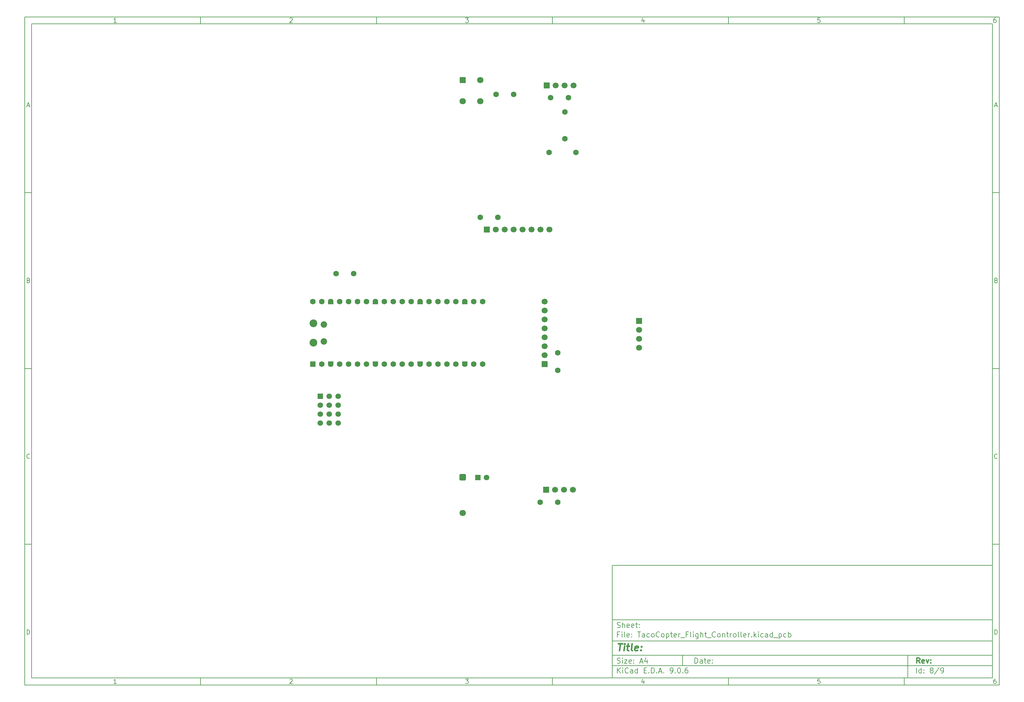
<source format=gbs>
%TF.GenerationSoftware,KiCad,Pcbnew,9.0.6*%
%TF.CreationDate,2025-12-23T20:00:03-05:00*%
%TF.ProjectId,TacoCopter_Flight_Controller,5461636f-436f-4707-9465-725f466c6967,rev?*%
%TF.SameCoordinates,Original*%
%TF.FileFunction,Soldermask,Bot*%
%TF.FilePolarity,Negative*%
%FSLAX46Y46*%
G04 Gerber Fmt 4.6, Leading zero omitted, Abs format (unit mm)*
G04 Created by KiCad (PCBNEW 9.0.6) date 2025-12-23 20:00:03*
%MOMM*%
%LPD*%
G01*
G04 APERTURE LIST*
G04 Aperture macros list*
%AMRoundRect*
0 Rectangle with rounded corners*
0 $1 Rounding radius*
0 $2 $3 $4 $5 $6 $7 $8 $9 X,Y pos of 4 corners*
0 Add a 4 corners polygon primitive as box body*
4,1,4,$2,$3,$4,$5,$6,$7,$8,$9,$2,$3,0*
0 Add four circle primitives for the rounded corners*
1,1,$1+$1,$2,$3*
1,1,$1+$1,$4,$5*
1,1,$1+$1,$6,$7*
1,1,$1+$1,$8,$9*
0 Add four rect primitives between the rounded corners*
20,1,$1+$1,$2,$3,$4,$5,0*
20,1,$1+$1,$4,$5,$6,$7,0*
20,1,$1+$1,$6,$7,$8,$9,0*
20,1,$1+$1,$8,$9,$2,$3,0*%
%AMFreePoly0*
4,1,37,0.000000,0.796148,0.078414,0.796148,0.232228,0.765552,0.377117,0.705537,0.507515,0.618408,0.618408,0.507515,0.705537,0.377117,0.765552,0.232228,0.796148,0.078414,0.796148,-0.078414,0.765552,-0.232228,0.705537,-0.377117,0.618408,-0.507515,0.507515,-0.618408,0.377117,-0.705537,0.232228,-0.765552,0.078414,-0.796148,0.000000,-0.796148,0.000000,-0.800000,-0.600000,-0.800000,
-0.603843,-0.796157,-0.639018,-0.796157,-0.711114,-0.766294,-0.766294,-0.711114,-0.796157,-0.639018,-0.796157,-0.603843,-0.800000,-0.600000,-0.800000,0.600000,-0.796157,0.603843,-0.796157,0.639018,-0.766294,0.711114,-0.711114,0.766294,-0.639018,0.796157,-0.603843,0.796157,-0.600000,0.800000,0.000000,0.800000,0.000000,0.796148,0.000000,0.796148,$1*%
%AMFreePoly1*
4,1,37,0.603843,0.796157,0.639018,0.796157,0.711114,0.766294,0.766294,0.711114,0.796157,0.639018,0.796157,0.603843,0.800000,0.600000,0.800000,-0.600000,0.796157,-0.603843,0.796157,-0.639018,0.766294,-0.711114,0.711114,-0.766294,0.639018,-0.796157,0.603843,-0.796157,0.600000,-0.800000,0.000000,-0.800000,0.000000,-0.796148,-0.078414,-0.796148,-0.232228,-0.765552,-0.377117,-0.705537,
-0.507515,-0.618408,-0.618408,-0.507515,-0.705537,-0.377117,-0.765552,-0.232228,-0.796148,-0.078414,-0.796148,0.078414,-0.765552,0.232228,-0.705537,0.377117,-0.618408,0.507515,-0.507515,0.618408,-0.377117,0.705537,-0.232228,0.765552,-0.078414,0.796148,0.000000,0.796148,0.000000,0.800000,0.600000,0.800000,0.603843,0.796157,0.603843,0.796157,$1*%
G04 Aperture macros list end*
%ADD10C,0.100000*%
%ADD11C,0.150000*%
%ADD12C,0.300000*%
%ADD13C,0.400000*%
%ADD14R,1.700000X1.700000*%
%ADD15C,1.700000*%
%ADD16C,1.600000*%
%ADD17FreePoly0,90.000000*%
%ADD18FreePoly1,90.000000*%
%ADD19RoundRect,0.200000X0.600000X-0.600000X0.600000X0.600000X-0.600000X0.600000X-0.600000X-0.600000X0*%
%ADD20C,2.200000*%
%ADD21C,1.850000*%
%ADD22RoundRect,0.250000X-0.550000X-0.550000X0.550000X-0.550000X0.550000X0.550000X-0.550000X0.550000X0*%
%ADD23RoundRect,0.102000X-0.685000X0.685000X-0.685000X-0.685000X0.685000X-0.685000X0.685000X0.685000X0*%
%ADD24C,1.574000*%
%ADD25RoundRect,0.250000X-0.650000X0.650000X-0.650000X-0.650000X0.650000X-0.650000X0.650000X0.650000X0*%
%ADD26C,1.800000*%
%ADD27R,1.800000X1.800000*%
G04 APERTURE END LIST*
D10*
D11*
X177002200Y-166007200D02*
X285002200Y-166007200D01*
X285002200Y-198007200D01*
X177002200Y-198007200D01*
X177002200Y-166007200D01*
D10*
D11*
X10000000Y-10000000D02*
X287002200Y-10000000D01*
X287002200Y-200007200D01*
X10000000Y-200007200D01*
X10000000Y-10000000D01*
D10*
D11*
X12000000Y-12000000D02*
X285002200Y-12000000D01*
X285002200Y-198007200D01*
X12000000Y-198007200D01*
X12000000Y-12000000D01*
D10*
D11*
X60000000Y-12000000D02*
X60000000Y-10000000D01*
D10*
D11*
X110000000Y-12000000D02*
X110000000Y-10000000D01*
D10*
D11*
X160000000Y-12000000D02*
X160000000Y-10000000D01*
D10*
D11*
X210000000Y-12000000D02*
X210000000Y-10000000D01*
D10*
D11*
X260000000Y-12000000D02*
X260000000Y-10000000D01*
D10*
D11*
X36089160Y-11593604D02*
X35346303Y-11593604D01*
X35717731Y-11593604D02*
X35717731Y-10293604D01*
X35717731Y-10293604D02*
X35593922Y-10479319D01*
X35593922Y-10479319D02*
X35470112Y-10603128D01*
X35470112Y-10603128D02*
X35346303Y-10665033D01*
D10*
D11*
X85346303Y-10417414D02*
X85408207Y-10355509D01*
X85408207Y-10355509D02*
X85532017Y-10293604D01*
X85532017Y-10293604D02*
X85841541Y-10293604D01*
X85841541Y-10293604D02*
X85965350Y-10355509D01*
X85965350Y-10355509D02*
X86027255Y-10417414D01*
X86027255Y-10417414D02*
X86089160Y-10541223D01*
X86089160Y-10541223D02*
X86089160Y-10665033D01*
X86089160Y-10665033D02*
X86027255Y-10850747D01*
X86027255Y-10850747D02*
X85284398Y-11593604D01*
X85284398Y-11593604D02*
X86089160Y-11593604D01*
D10*
D11*
X135284398Y-10293604D02*
X136089160Y-10293604D01*
X136089160Y-10293604D02*
X135655826Y-10788842D01*
X135655826Y-10788842D02*
X135841541Y-10788842D01*
X135841541Y-10788842D02*
X135965350Y-10850747D01*
X135965350Y-10850747D02*
X136027255Y-10912652D01*
X136027255Y-10912652D02*
X136089160Y-11036461D01*
X136089160Y-11036461D02*
X136089160Y-11345985D01*
X136089160Y-11345985D02*
X136027255Y-11469795D01*
X136027255Y-11469795D02*
X135965350Y-11531700D01*
X135965350Y-11531700D02*
X135841541Y-11593604D01*
X135841541Y-11593604D02*
X135470112Y-11593604D01*
X135470112Y-11593604D02*
X135346303Y-11531700D01*
X135346303Y-11531700D02*
X135284398Y-11469795D01*
D10*
D11*
X185965350Y-10726938D02*
X185965350Y-11593604D01*
X185655826Y-10231700D02*
X185346303Y-11160271D01*
X185346303Y-11160271D02*
X186151064Y-11160271D01*
D10*
D11*
X236027255Y-10293604D02*
X235408207Y-10293604D01*
X235408207Y-10293604D02*
X235346303Y-10912652D01*
X235346303Y-10912652D02*
X235408207Y-10850747D01*
X235408207Y-10850747D02*
X235532017Y-10788842D01*
X235532017Y-10788842D02*
X235841541Y-10788842D01*
X235841541Y-10788842D02*
X235965350Y-10850747D01*
X235965350Y-10850747D02*
X236027255Y-10912652D01*
X236027255Y-10912652D02*
X236089160Y-11036461D01*
X236089160Y-11036461D02*
X236089160Y-11345985D01*
X236089160Y-11345985D02*
X236027255Y-11469795D01*
X236027255Y-11469795D02*
X235965350Y-11531700D01*
X235965350Y-11531700D02*
X235841541Y-11593604D01*
X235841541Y-11593604D02*
X235532017Y-11593604D01*
X235532017Y-11593604D02*
X235408207Y-11531700D01*
X235408207Y-11531700D02*
X235346303Y-11469795D01*
D10*
D11*
X285965350Y-10293604D02*
X285717731Y-10293604D01*
X285717731Y-10293604D02*
X285593922Y-10355509D01*
X285593922Y-10355509D02*
X285532017Y-10417414D01*
X285532017Y-10417414D02*
X285408207Y-10603128D01*
X285408207Y-10603128D02*
X285346303Y-10850747D01*
X285346303Y-10850747D02*
X285346303Y-11345985D01*
X285346303Y-11345985D02*
X285408207Y-11469795D01*
X285408207Y-11469795D02*
X285470112Y-11531700D01*
X285470112Y-11531700D02*
X285593922Y-11593604D01*
X285593922Y-11593604D02*
X285841541Y-11593604D01*
X285841541Y-11593604D02*
X285965350Y-11531700D01*
X285965350Y-11531700D02*
X286027255Y-11469795D01*
X286027255Y-11469795D02*
X286089160Y-11345985D01*
X286089160Y-11345985D02*
X286089160Y-11036461D01*
X286089160Y-11036461D02*
X286027255Y-10912652D01*
X286027255Y-10912652D02*
X285965350Y-10850747D01*
X285965350Y-10850747D02*
X285841541Y-10788842D01*
X285841541Y-10788842D02*
X285593922Y-10788842D01*
X285593922Y-10788842D02*
X285470112Y-10850747D01*
X285470112Y-10850747D02*
X285408207Y-10912652D01*
X285408207Y-10912652D02*
X285346303Y-11036461D01*
D10*
D11*
X60000000Y-198007200D02*
X60000000Y-200007200D01*
D10*
D11*
X110000000Y-198007200D02*
X110000000Y-200007200D01*
D10*
D11*
X160000000Y-198007200D02*
X160000000Y-200007200D01*
D10*
D11*
X210000000Y-198007200D02*
X210000000Y-200007200D01*
D10*
D11*
X260000000Y-198007200D02*
X260000000Y-200007200D01*
D10*
D11*
X36089160Y-199600804D02*
X35346303Y-199600804D01*
X35717731Y-199600804D02*
X35717731Y-198300804D01*
X35717731Y-198300804D02*
X35593922Y-198486519D01*
X35593922Y-198486519D02*
X35470112Y-198610328D01*
X35470112Y-198610328D02*
X35346303Y-198672233D01*
D10*
D11*
X85346303Y-198424614D02*
X85408207Y-198362709D01*
X85408207Y-198362709D02*
X85532017Y-198300804D01*
X85532017Y-198300804D02*
X85841541Y-198300804D01*
X85841541Y-198300804D02*
X85965350Y-198362709D01*
X85965350Y-198362709D02*
X86027255Y-198424614D01*
X86027255Y-198424614D02*
X86089160Y-198548423D01*
X86089160Y-198548423D02*
X86089160Y-198672233D01*
X86089160Y-198672233D02*
X86027255Y-198857947D01*
X86027255Y-198857947D02*
X85284398Y-199600804D01*
X85284398Y-199600804D02*
X86089160Y-199600804D01*
D10*
D11*
X135284398Y-198300804D02*
X136089160Y-198300804D01*
X136089160Y-198300804D02*
X135655826Y-198796042D01*
X135655826Y-198796042D02*
X135841541Y-198796042D01*
X135841541Y-198796042D02*
X135965350Y-198857947D01*
X135965350Y-198857947D02*
X136027255Y-198919852D01*
X136027255Y-198919852D02*
X136089160Y-199043661D01*
X136089160Y-199043661D02*
X136089160Y-199353185D01*
X136089160Y-199353185D02*
X136027255Y-199476995D01*
X136027255Y-199476995D02*
X135965350Y-199538900D01*
X135965350Y-199538900D02*
X135841541Y-199600804D01*
X135841541Y-199600804D02*
X135470112Y-199600804D01*
X135470112Y-199600804D02*
X135346303Y-199538900D01*
X135346303Y-199538900D02*
X135284398Y-199476995D01*
D10*
D11*
X185965350Y-198734138D02*
X185965350Y-199600804D01*
X185655826Y-198238900D02*
X185346303Y-199167471D01*
X185346303Y-199167471D02*
X186151064Y-199167471D01*
D10*
D11*
X236027255Y-198300804D02*
X235408207Y-198300804D01*
X235408207Y-198300804D02*
X235346303Y-198919852D01*
X235346303Y-198919852D02*
X235408207Y-198857947D01*
X235408207Y-198857947D02*
X235532017Y-198796042D01*
X235532017Y-198796042D02*
X235841541Y-198796042D01*
X235841541Y-198796042D02*
X235965350Y-198857947D01*
X235965350Y-198857947D02*
X236027255Y-198919852D01*
X236027255Y-198919852D02*
X236089160Y-199043661D01*
X236089160Y-199043661D02*
X236089160Y-199353185D01*
X236089160Y-199353185D02*
X236027255Y-199476995D01*
X236027255Y-199476995D02*
X235965350Y-199538900D01*
X235965350Y-199538900D02*
X235841541Y-199600804D01*
X235841541Y-199600804D02*
X235532017Y-199600804D01*
X235532017Y-199600804D02*
X235408207Y-199538900D01*
X235408207Y-199538900D02*
X235346303Y-199476995D01*
D10*
D11*
X285965350Y-198300804D02*
X285717731Y-198300804D01*
X285717731Y-198300804D02*
X285593922Y-198362709D01*
X285593922Y-198362709D02*
X285532017Y-198424614D01*
X285532017Y-198424614D02*
X285408207Y-198610328D01*
X285408207Y-198610328D02*
X285346303Y-198857947D01*
X285346303Y-198857947D02*
X285346303Y-199353185D01*
X285346303Y-199353185D02*
X285408207Y-199476995D01*
X285408207Y-199476995D02*
X285470112Y-199538900D01*
X285470112Y-199538900D02*
X285593922Y-199600804D01*
X285593922Y-199600804D02*
X285841541Y-199600804D01*
X285841541Y-199600804D02*
X285965350Y-199538900D01*
X285965350Y-199538900D02*
X286027255Y-199476995D01*
X286027255Y-199476995D02*
X286089160Y-199353185D01*
X286089160Y-199353185D02*
X286089160Y-199043661D01*
X286089160Y-199043661D02*
X286027255Y-198919852D01*
X286027255Y-198919852D02*
X285965350Y-198857947D01*
X285965350Y-198857947D02*
X285841541Y-198796042D01*
X285841541Y-198796042D02*
X285593922Y-198796042D01*
X285593922Y-198796042D02*
X285470112Y-198857947D01*
X285470112Y-198857947D02*
X285408207Y-198919852D01*
X285408207Y-198919852D02*
X285346303Y-199043661D01*
D10*
D11*
X10000000Y-60000000D02*
X12000000Y-60000000D01*
D10*
D11*
X10000000Y-110000000D02*
X12000000Y-110000000D01*
D10*
D11*
X10000000Y-160000000D02*
X12000000Y-160000000D01*
D10*
D11*
X10690476Y-35222176D02*
X11309523Y-35222176D01*
X10566666Y-35593604D02*
X10999999Y-34293604D01*
X10999999Y-34293604D02*
X11433333Y-35593604D01*
D10*
D11*
X11092857Y-84912652D02*
X11278571Y-84974557D01*
X11278571Y-84974557D02*
X11340476Y-85036461D01*
X11340476Y-85036461D02*
X11402380Y-85160271D01*
X11402380Y-85160271D02*
X11402380Y-85345985D01*
X11402380Y-85345985D02*
X11340476Y-85469795D01*
X11340476Y-85469795D02*
X11278571Y-85531700D01*
X11278571Y-85531700D02*
X11154761Y-85593604D01*
X11154761Y-85593604D02*
X10659523Y-85593604D01*
X10659523Y-85593604D02*
X10659523Y-84293604D01*
X10659523Y-84293604D02*
X11092857Y-84293604D01*
X11092857Y-84293604D02*
X11216666Y-84355509D01*
X11216666Y-84355509D02*
X11278571Y-84417414D01*
X11278571Y-84417414D02*
X11340476Y-84541223D01*
X11340476Y-84541223D02*
X11340476Y-84665033D01*
X11340476Y-84665033D02*
X11278571Y-84788842D01*
X11278571Y-84788842D02*
X11216666Y-84850747D01*
X11216666Y-84850747D02*
X11092857Y-84912652D01*
X11092857Y-84912652D02*
X10659523Y-84912652D01*
D10*
D11*
X11402380Y-135469795D02*
X11340476Y-135531700D01*
X11340476Y-135531700D02*
X11154761Y-135593604D01*
X11154761Y-135593604D02*
X11030952Y-135593604D01*
X11030952Y-135593604D02*
X10845238Y-135531700D01*
X10845238Y-135531700D02*
X10721428Y-135407890D01*
X10721428Y-135407890D02*
X10659523Y-135284080D01*
X10659523Y-135284080D02*
X10597619Y-135036461D01*
X10597619Y-135036461D02*
X10597619Y-134850747D01*
X10597619Y-134850747D02*
X10659523Y-134603128D01*
X10659523Y-134603128D02*
X10721428Y-134479319D01*
X10721428Y-134479319D02*
X10845238Y-134355509D01*
X10845238Y-134355509D02*
X11030952Y-134293604D01*
X11030952Y-134293604D02*
X11154761Y-134293604D01*
X11154761Y-134293604D02*
X11340476Y-134355509D01*
X11340476Y-134355509D02*
X11402380Y-134417414D01*
D10*
D11*
X10659523Y-185593604D02*
X10659523Y-184293604D01*
X10659523Y-184293604D02*
X10969047Y-184293604D01*
X10969047Y-184293604D02*
X11154761Y-184355509D01*
X11154761Y-184355509D02*
X11278571Y-184479319D01*
X11278571Y-184479319D02*
X11340476Y-184603128D01*
X11340476Y-184603128D02*
X11402380Y-184850747D01*
X11402380Y-184850747D02*
X11402380Y-185036461D01*
X11402380Y-185036461D02*
X11340476Y-185284080D01*
X11340476Y-185284080D02*
X11278571Y-185407890D01*
X11278571Y-185407890D02*
X11154761Y-185531700D01*
X11154761Y-185531700D02*
X10969047Y-185593604D01*
X10969047Y-185593604D02*
X10659523Y-185593604D01*
D10*
D11*
X287002200Y-60000000D02*
X285002200Y-60000000D01*
D10*
D11*
X287002200Y-110000000D02*
X285002200Y-110000000D01*
D10*
D11*
X287002200Y-160000000D02*
X285002200Y-160000000D01*
D10*
D11*
X285692676Y-35222176D02*
X286311723Y-35222176D01*
X285568866Y-35593604D02*
X286002199Y-34293604D01*
X286002199Y-34293604D02*
X286435533Y-35593604D01*
D10*
D11*
X286095057Y-84912652D02*
X286280771Y-84974557D01*
X286280771Y-84974557D02*
X286342676Y-85036461D01*
X286342676Y-85036461D02*
X286404580Y-85160271D01*
X286404580Y-85160271D02*
X286404580Y-85345985D01*
X286404580Y-85345985D02*
X286342676Y-85469795D01*
X286342676Y-85469795D02*
X286280771Y-85531700D01*
X286280771Y-85531700D02*
X286156961Y-85593604D01*
X286156961Y-85593604D02*
X285661723Y-85593604D01*
X285661723Y-85593604D02*
X285661723Y-84293604D01*
X285661723Y-84293604D02*
X286095057Y-84293604D01*
X286095057Y-84293604D02*
X286218866Y-84355509D01*
X286218866Y-84355509D02*
X286280771Y-84417414D01*
X286280771Y-84417414D02*
X286342676Y-84541223D01*
X286342676Y-84541223D02*
X286342676Y-84665033D01*
X286342676Y-84665033D02*
X286280771Y-84788842D01*
X286280771Y-84788842D02*
X286218866Y-84850747D01*
X286218866Y-84850747D02*
X286095057Y-84912652D01*
X286095057Y-84912652D02*
X285661723Y-84912652D01*
D10*
D11*
X286404580Y-135469795D02*
X286342676Y-135531700D01*
X286342676Y-135531700D02*
X286156961Y-135593604D01*
X286156961Y-135593604D02*
X286033152Y-135593604D01*
X286033152Y-135593604D02*
X285847438Y-135531700D01*
X285847438Y-135531700D02*
X285723628Y-135407890D01*
X285723628Y-135407890D02*
X285661723Y-135284080D01*
X285661723Y-135284080D02*
X285599819Y-135036461D01*
X285599819Y-135036461D02*
X285599819Y-134850747D01*
X285599819Y-134850747D02*
X285661723Y-134603128D01*
X285661723Y-134603128D02*
X285723628Y-134479319D01*
X285723628Y-134479319D02*
X285847438Y-134355509D01*
X285847438Y-134355509D02*
X286033152Y-134293604D01*
X286033152Y-134293604D02*
X286156961Y-134293604D01*
X286156961Y-134293604D02*
X286342676Y-134355509D01*
X286342676Y-134355509D02*
X286404580Y-134417414D01*
D10*
D11*
X285661723Y-185593604D02*
X285661723Y-184293604D01*
X285661723Y-184293604D02*
X285971247Y-184293604D01*
X285971247Y-184293604D02*
X286156961Y-184355509D01*
X286156961Y-184355509D02*
X286280771Y-184479319D01*
X286280771Y-184479319D02*
X286342676Y-184603128D01*
X286342676Y-184603128D02*
X286404580Y-184850747D01*
X286404580Y-184850747D02*
X286404580Y-185036461D01*
X286404580Y-185036461D02*
X286342676Y-185284080D01*
X286342676Y-185284080D02*
X286280771Y-185407890D01*
X286280771Y-185407890D02*
X286156961Y-185531700D01*
X286156961Y-185531700D02*
X285971247Y-185593604D01*
X285971247Y-185593604D02*
X285661723Y-185593604D01*
D10*
D11*
X200458026Y-193793328D02*
X200458026Y-192293328D01*
X200458026Y-192293328D02*
X200815169Y-192293328D01*
X200815169Y-192293328D02*
X201029455Y-192364757D01*
X201029455Y-192364757D02*
X201172312Y-192507614D01*
X201172312Y-192507614D02*
X201243741Y-192650471D01*
X201243741Y-192650471D02*
X201315169Y-192936185D01*
X201315169Y-192936185D02*
X201315169Y-193150471D01*
X201315169Y-193150471D02*
X201243741Y-193436185D01*
X201243741Y-193436185D02*
X201172312Y-193579042D01*
X201172312Y-193579042D02*
X201029455Y-193721900D01*
X201029455Y-193721900D02*
X200815169Y-193793328D01*
X200815169Y-193793328D02*
X200458026Y-193793328D01*
X202600884Y-193793328D02*
X202600884Y-193007614D01*
X202600884Y-193007614D02*
X202529455Y-192864757D01*
X202529455Y-192864757D02*
X202386598Y-192793328D01*
X202386598Y-192793328D02*
X202100884Y-192793328D01*
X202100884Y-192793328D02*
X201958026Y-192864757D01*
X202600884Y-193721900D02*
X202458026Y-193793328D01*
X202458026Y-193793328D02*
X202100884Y-193793328D01*
X202100884Y-193793328D02*
X201958026Y-193721900D01*
X201958026Y-193721900D02*
X201886598Y-193579042D01*
X201886598Y-193579042D02*
X201886598Y-193436185D01*
X201886598Y-193436185D02*
X201958026Y-193293328D01*
X201958026Y-193293328D02*
X202100884Y-193221900D01*
X202100884Y-193221900D02*
X202458026Y-193221900D01*
X202458026Y-193221900D02*
X202600884Y-193150471D01*
X203100884Y-192793328D02*
X203672312Y-192793328D01*
X203315169Y-192293328D02*
X203315169Y-193579042D01*
X203315169Y-193579042D02*
X203386598Y-193721900D01*
X203386598Y-193721900D02*
X203529455Y-193793328D01*
X203529455Y-193793328D02*
X203672312Y-193793328D01*
X204743741Y-193721900D02*
X204600884Y-193793328D01*
X204600884Y-193793328D02*
X204315170Y-193793328D01*
X204315170Y-193793328D02*
X204172312Y-193721900D01*
X204172312Y-193721900D02*
X204100884Y-193579042D01*
X204100884Y-193579042D02*
X204100884Y-193007614D01*
X204100884Y-193007614D02*
X204172312Y-192864757D01*
X204172312Y-192864757D02*
X204315170Y-192793328D01*
X204315170Y-192793328D02*
X204600884Y-192793328D01*
X204600884Y-192793328D02*
X204743741Y-192864757D01*
X204743741Y-192864757D02*
X204815170Y-193007614D01*
X204815170Y-193007614D02*
X204815170Y-193150471D01*
X204815170Y-193150471D02*
X204100884Y-193293328D01*
X205458026Y-193650471D02*
X205529455Y-193721900D01*
X205529455Y-193721900D02*
X205458026Y-193793328D01*
X205458026Y-193793328D02*
X205386598Y-193721900D01*
X205386598Y-193721900D02*
X205458026Y-193650471D01*
X205458026Y-193650471D02*
X205458026Y-193793328D01*
X205458026Y-192864757D02*
X205529455Y-192936185D01*
X205529455Y-192936185D02*
X205458026Y-193007614D01*
X205458026Y-193007614D02*
X205386598Y-192936185D01*
X205386598Y-192936185D02*
X205458026Y-192864757D01*
X205458026Y-192864757D02*
X205458026Y-193007614D01*
D10*
D11*
X177002200Y-194507200D02*
X285002200Y-194507200D01*
D10*
D11*
X178458026Y-196593328D02*
X178458026Y-195093328D01*
X179315169Y-196593328D02*
X178672312Y-195736185D01*
X179315169Y-195093328D02*
X178458026Y-195950471D01*
X179958026Y-196593328D02*
X179958026Y-195593328D01*
X179958026Y-195093328D02*
X179886598Y-195164757D01*
X179886598Y-195164757D02*
X179958026Y-195236185D01*
X179958026Y-195236185D02*
X180029455Y-195164757D01*
X180029455Y-195164757D02*
X179958026Y-195093328D01*
X179958026Y-195093328D02*
X179958026Y-195236185D01*
X181529455Y-196450471D02*
X181458027Y-196521900D01*
X181458027Y-196521900D02*
X181243741Y-196593328D01*
X181243741Y-196593328D02*
X181100884Y-196593328D01*
X181100884Y-196593328D02*
X180886598Y-196521900D01*
X180886598Y-196521900D02*
X180743741Y-196379042D01*
X180743741Y-196379042D02*
X180672312Y-196236185D01*
X180672312Y-196236185D02*
X180600884Y-195950471D01*
X180600884Y-195950471D02*
X180600884Y-195736185D01*
X180600884Y-195736185D02*
X180672312Y-195450471D01*
X180672312Y-195450471D02*
X180743741Y-195307614D01*
X180743741Y-195307614D02*
X180886598Y-195164757D01*
X180886598Y-195164757D02*
X181100884Y-195093328D01*
X181100884Y-195093328D02*
X181243741Y-195093328D01*
X181243741Y-195093328D02*
X181458027Y-195164757D01*
X181458027Y-195164757D02*
X181529455Y-195236185D01*
X182815170Y-196593328D02*
X182815170Y-195807614D01*
X182815170Y-195807614D02*
X182743741Y-195664757D01*
X182743741Y-195664757D02*
X182600884Y-195593328D01*
X182600884Y-195593328D02*
X182315170Y-195593328D01*
X182315170Y-195593328D02*
X182172312Y-195664757D01*
X182815170Y-196521900D02*
X182672312Y-196593328D01*
X182672312Y-196593328D02*
X182315170Y-196593328D01*
X182315170Y-196593328D02*
X182172312Y-196521900D01*
X182172312Y-196521900D02*
X182100884Y-196379042D01*
X182100884Y-196379042D02*
X182100884Y-196236185D01*
X182100884Y-196236185D02*
X182172312Y-196093328D01*
X182172312Y-196093328D02*
X182315170Y-196021900D01*
X182315170Y-196021900D02*
X182672312Y-196021900D01*
X182672312Y-196021900D02*
X182815170Y-195950471D01*
X184172313Y-196593328D02*
X184172313Y-195093328D01*
X184172313Y-196521900D02*
X184029455Y-196593328D01*
X184029455Y-196593328D02*
X183743741Y-196593328D01*
X183743741Y-196593328D02*
X183600884Y-196521900D01*
X183600884Y-196521900D02*
X183529455Y-196450471D01*
X183529455Y-196450471D02*
X183458027Y-196307614D01*
X183458027Y-196307614D02*
X183458027Y-195879042D01*
X183458027Y-195879042D02*
X183529455Y-195736185D01*
X183529455Y-195736185D02*
X183600884Y-195664757D01*
X183600884Y-195664757D02*
X183743741Y-195593328D01*
X183743741Y-195593328D02*
X184029455Y-195593328D01*
X184029455Y-195593328D02*
X184172313Y-195664757D01*
X186029455Y-195807614D02*
X186529455Y-195807614D01*
X186743741Y-196593328D02*
X186029455Y-196593328D01*
X186029455Y-196593328D02*
X186029455Y-195093328D01*
X186029455Y-195093328D02*
X186743741Y-195093328D01*
X187386598Y-196450471D02*
X187458027Y-196521900D01*
X187458027Y-196521900D02*
X187386598Y-196593328D01*
X187386598Y-196593328D02*
X187315170Y-196521900D01*
X187315170Y-196521900D02*
X187386598Y-196450471D01*
X187386598Y-196450471D02*
X187386598Y-196593328D01*
X188100884Y-196593328D02*
X188100884Y-195093328D01*
X188100884Y-195093328D02*
X188458027Y-195093328D01*
X188458027Y-195093328D02*
X188672313Y-195164757D01*
X188672313Y-195164757D02*
X188815170Y-195307614D01*
X188815170Y-195307614D02*
X188886599Y-195450471D01*
X188886599Y-195450471D02*
X188958027Y-195736185D01*
X188958027Y-195736185D02*
X188958027Y-195950471D01*
X188958027Y-195950471D02*
X188886599Y-196236185D01*
X188886599Y-196236185D02*
X188815170Y-196379042D01*
X188815170Y-196379042D02*
X188672313Y-196521900D01*
X188672313Y-196521900D02*
X188458027Y-196593328D01*
X188458027Y-196593328D02*
X188100884Y-196593328D01*
X189600884Y-196450471D02*
X189672313Y-196521900D01*
X189672313Y-196521900D02*
X189600884Y-196593328D01*
X189600884Y-196593328D02*
X189529456Y-196521900D01*
X189529456Y-196521900D02*
X189600884Y-196450471D01*
X189600884Y-196450471D02*
X189600884Y-196593328D01*
X190243742Y-196164757D02*
X190958028Y-196164757D01*
X190100885Y-196593328D02*
X190600885Y-195093328D01*
X190600885Y-195093328D02*
X191100885Y-196593328D01*
X191600884Y-196450471D02*
X191672313Y-196521900D01*
X191672313Y-196521900D02*
X191600884Y-196593328D01*
X191600884Y-196593328D02*
X191529456Y-196521900D01*
X191529456Y-196521900D02*
X191600884Y-196450471D01*
X191600884Y-196450471D02*
X191600884Y-196593328D01*
X193529456Y-196593328D02*
X193815170Y-196593328D01*
X193815170Y-196593328D02*
X193958027Y-196521900D01*
X193958027Y-196521900D02*
X194029456Y-196450471D01*
X194029456Y-196450471D02*
X194172313Y-196236185D01*
X194172313Y-196236185D02*
X194243742Y-195950471D01*
X194243742Y-195950471D02*
X194243742Y-195379042D01*
X194243742Y-195379042D02*
X194172313Y-195236185D01*
X194172313Y-195236185D02*
X194100885Y-195164757D01*
X194100885Y-195164757D02*
X193958027Y-195093328D01*
X193958027Y-195093328D02*
X193672313Y-195093328D01*
X193672313Y-195093328D02*
X193529456Y-195164757D01*
X193529456Y-195164757D02*
X193458027Y-195236185D01*
X193458027Y-195236185D02*
X193386599Y-195379042D01*
X193386599Y-195379042D02*
X193386599Y-195736185D01*
X193386599Y-195736185D02*
X193458027Y-195879042D01*
X193458027Y-195879042D02*
X193529456Y-195950471D01*
X193529456Y-195950471D02*
X193672313Y-196021900D01*
X193672313Y-196021900D02*
X193958027Y-196021900D01*
X193958027Y-196021900D02*
X194100885Y-195950471D01*
X194100885Y-195950471D02*
X194172313Y-195879042D01*
X194172313Y-195879042D02*
X194243742Y-195736185D01*
X194886598Y-196450471D02*
X194958027Y-196521900D01*
X194958027Y-196521900D02*
X194886598Y-196593328D01*
X194886598Y-196593328D02*
X194815170Y-196521900D01*
X194815170Y-196521900D02*
X194886598Y-196450471D01*
X194886598Y-196450471D02*
X194886598Y-196593328D01*
X195886599Y-195093328D02*
X196029456Y-195093328D01*
X196029456Y-195093328D02*
X196172313Y-195164757D01*
X196172313Y-195164757D02*
X196243742Y-195236185D01*
X196243742Y-195236185D02*
X196315170Y-195379042D01*
X196315170Y-195379042D02*
X196386599Y-195664757D01*
X196386599Y-195664757D02*
X196386599Y-196021900D01*
X196386599Y-196021900D02*
X196315170Y-196307614D01*
X196315170Y-196307614D02*
X196243742Y-196450471D01*
X196243742Y-196450471D02*
X196172313Y-196521900D01*
X196172313Y-196521900D02*
X196029456Y-196593328D01*
X196029456Y-196593328D02*
X195886599Y-196593328D01*
X195886599Y-196593328D02*
X195743742Y-196521900D01*
X195743742Y-196521900D02*
X195672313Y-196450471D01*
X195672313Y-196450471D02*
X195600884Y-196307614D01*
X195600884Y-196307614D02*
X195529456Y-196021900D01*
X195529456Y-196021900D02*
X195529456Y-195664757D01*
X195529456Y-195664757D02*
X195600884Y-195379042D01*
X195600884Y-195379042D02*
X195672313Y-195236185D01*
X195672313Y-195236185D02*
X195743742Y-195164757D01*
X195743742Y-195164757D02*
X195886599Y-195093328D01*
X197029455Y-196450471D02*
X197100884Y-196521900D01*
X197100884Y-196521900D02*
X197029455Y-196593328D01*
X197029455Y-196593328D02*
X196958027Y-196521900D01*
X196958027Y-196521900D02*
X197029455Y-196450471D01*
X197029455Y-196450471D02*
X197029455Y-196593328D01*
X198386599Y-195093328D02*
X198100884Y-195093328D01*
X198100884Y-195093328D02*
X197958027Y-195164757D01*
X197958027Y-195164757D02*
X197886599Y-195236185D01*
X197886599Y-195236185D02*
X197743741Y-195450471D01*
X197743741Y-195450471D02*
X197672313Y-195736185D01*
X197672313Y-195736185D02*
X197672313Y-196307614D01*
X197672313Y-196307614D02*
X197743741Y-196450471D01*
X197743741Y-196450471D02*
X197815170Y-196521900D01*
X197815170Y-196521900D02*
X197958027Y-196593328D01*
X197958027Y-196593328D02*
X198243741Y-196593328D01*
X198243741Y-196593328D02*
X198386599Y-196521900D01*
X198386599Y-196521900D02*
X198458027Y-196450471D01*
X198458027Y-196450471D02*
X198529456Y-196307614D01*
X198529456Y-196307614D02*
X198529456Y-195950471D01*
X198529456Y-195950471D02*
X198458027Y-195807614D01*
X198458027Y-195807614D02*
X198386599Y-195736185D01*
X198386599Y-195736185D02*
X198243741Y-195664757D01*
X198243741Y-195664757D02*
X197958027Y-195664757D01*
X197958027Y-195664757D02*
X197815170Y-195736185D01*
X197815170Y-195736185D02*
X197743741Y-195807614D01*
X197743741Y-195807614D02*
X197672313Y-195950471D01*
D10*
D11*
X177002200Y-191507200D02*
X285002200Y-191507200D01*
D10*
D12*
X264413853Y-193785528D02*
X263913853Y-193071242D01*
X263556710Y-193785528D02*
X263556710Y-192285528D01*
X263556710Y-192285528D02*
X264128139Y-192285528D01*
X264128139Y-192285528D02*
X264270996Y-192356957D01*
X264270996Y-192356957D02*
X264342425Y-192428385D01*
X264342425Y-192428385D02*
X264413853Y-192571242D01*
X264413853Y-192571242D02*
X264413853Y-192785528D01*
X264413853Y-192785528D02*
X264342425Y-192928385D01*
X264342425Y-192928385D02*
X264270996Y-192999814D01*
X264270996Y-192999814D02*
X264128139Y-193071242D01*
X264128139Y-193071242D02*
X263556710Y-193071242D01*
X265628139Y-193714100D02*
X265485282Y-193785528D01*
X265485282Y-193785528D02*
X265199568Y-193785528D01*
X265199568Y-193785528D02*
X265056710Y-193714100D01*
X265056710Y-193714100D02*
X264985282Y-193571242D01*
X264985282Y-193571242D02*
X264985282Y-192999814D01*
X264985282Y-192999814D02*
X265056710Y-192856957D01*
X265056710Y-192856957D02*
X265199568Y-192785528D01*
X265199568Y-192785528D02*
X265485282Y-192785528D01*
X265485282Y-192785528D02*
X265628139Y-192856957D01*
X265628139Y-192856957D02*
X265699568Y-192999814D01*
X265699568Y-192999814D02*
X265699568Y-193142671D01*
X265699568Y-193142671D02*
X264985282Y-193285528D01*
X266199567Y-192785528D02*
X266556710Y-193785528D01*
X266556710Y-193785528D02*
X266913853Y-192785528D01*
X267485281Y-193642671D02*
X267556710Y-193714100D01*
X267556710Y-193714100D02*
X267485281Y-193785528D01*
X267485281Y-193785528D02*
X267413853Y-193714100D01*
X267413853Y-193714100D02*
X267485281Y-193642671D01*
X267485281Y-193642671D02*
X267485281Y-193785528D01*
X267485281Y-192856957D02*
X267556710Y-192928385D01*
X267556710Y-192928385D02*
X267485281Y-192999814D01*
X267485281Y-192999814D02*
X267413853Y-192928385D01*
X267413853Y-192928385D02*
X267485281Y-192856957D01*
X267485281Y-192856957D02*
X267485281Y-192999814D01*
D10*
D11*
X178386598Y-193721900D02*
X178600884Y-193793328D01*
X178600884Y-193793328D02*
X178958026Y-193793328D01*
X178958026Y-193793328D02*
X179100884Y-193721900D01*
X179100884Y-193721900D02*
X179172312Y-193650471D01*
X179172312Y-193650471D02*
X179243741Y-193507614D01*
X179243741Y-193507614D02*
X179243741Y-193364757D01*
X179243741Y-193364757D02*
X179172312Y-193221900D01*
X179172312Y-193221900D02*
X179100884Y-193150471D01*
X179100884Y-193150471D02*
X178958026Y-193079042D01*
X178958026Y-193079042D02*
X178672312Y-193007614D01*
X178672312Y-193007614D02*
X178529455Y-192936185D01*
X178529455Y-192936185D02*
X178458026Y-192864757D01*
X178458026Y-192864757D02*
X178386598Y-192721900D01*
X178386598Y-192721900D02*
X178386598Y-192579042D01*
X178386598Y-192579042D02*
X178458026Y-192436185D01*
X178458026Y-192436185D02*
X178529455Y-192364757D01*
X178529455Y-192364757D02*
X178672312Y-192293328D01*
X178672312Y-192293328D02*
X179029455Y-192293328D01*
X179029455Y-192293328D02*
X179243741Y-192364757D01*
X179886597Y-193793328D02*
X179886597Y-192793328D01*
X179886597Y-192293328D02*
X179815169Y-192364757D01*
X179815169Y-192364757D02*
X179886597Y-192436185D01*
X179886597Y-192436185D02*
X179958026Y-192364757D01*
X179958026Y-192364757D02*
X179886597Y-192293328D01*
X179886597Y-192293328D02*
X179886597Y-192436185D01*
X180458026Y-192793328D02*
X181243741Y-192793328D01*
X181243741Y-192793328D02*
X180458026Y-193793328D01*
X180458026Y-193793328D02*
X181243741Y-193793328D01*
X182386598Y-193721900D02*
X182243741Y-193793328D01*
X182243741Y-193793328D02*
X181958027Y-193793328D01*
X181958027Y-193793328D02*
X181815169Y-193721900D01*
X181815169Y-193721900D02*
X181743741Y-193579042D01*
X181743741Y-193579042D02*
X181743741Y-193007614D01*
X181743741Y-193007614D02*
X181815169Y-192864757D01*
X181815169Y-192864757D02*
X181958027Y-192793328D01*
X181958027Y-192793328D02*
X182243741Y-192793328D01*
X182243741Y-192793328D02*
X182386598Y-192864757D01*
X182386598Y-192864757D02*
X182458027Y-193007614D01*
X182458027Y-193007614D02*
X182458027Y-193150471D01*
X182458027Y-193150471D02*
X181743741Y-193293328D01*
X183100883Y-193650471D02*
X183172312Y-193721900D01*
X183172312Y-193721900D02*
X183100883Y-193793328D01*
X183100883Y-193793328D02*
X183029455Y-193721900D01*
X183029455Y-193721900D02*
X183100883Y-193650471D01*
X183100883Y-193650471D02*
X183100883Y-193793328D01*
X183100883Y-192864757D02*
X183172312Y-192936185D01*
X183172312Y-192936185D02*
X183100883Y-193007614D01*
X183100883Y-193007614D02*
X183029455Y-192936185D01*
X183029455Y-192936185D02*
X183100883Y-192864757D01*
X183100883Y-192864757D02*
X183100883Y-193007614D01*
X184886598Y-193364757D02*
X185600884Y-193364757D01*
X184743741Y-193793328D02*
X185243741Y-192293328D01*
X185243741Y-192293328D02*
X185743741Y-193793328D01*
X186886598Y-192793328D02*
X186886598Y-193793328D01*
X186529455Y-192221900D02*
X186172312Y-193293328D01*
X186172312Y-193293328D02*
X187100883Y-193293328D01*
D10*
D11*
X263458026Y-196593328D02*
X263458026Y-195093328D01*
X264815170Y-196593328D02*
X264815170Y-195093328D01*
X264815170Y-196521900D02*
X264672312Y-196593328D01*
X264672312Y-196593328D02*
X264386598Y-196593328D01*
X264386598Y-196593328D02*
X264243741Y-196521900D01*
X264243741Y-196521900D02*
X264172312Y-196450471D01*
X264172312Y-196450471D02*
X264100884Y-196307614D01*
X264100884Y-196307614D02*
X264100884Y-195879042D01*
X264100884Y-195879042D02*
X264172312Y-195736185D01*
X264172312Y-195736185D02*
X264243741Y-195664757D01*
X264243741Y-195664757D02*
X264386598Y-195593328D01*
X264386598Y-195593328D02*
X264672312Y-195593328D01*
X264672312Y-195593328D02*
X264815170Y-195664757D01*
X265529455Y-196450471D02*
X265600884Y-196521900D01*
X265600884Y-196521900D02*
X265529455Y-196593328D01*
X265529455Y-196593328D02*
X265458027Y-196521900D01*
X265458027Y-196521900D02*
X265529455Y-196450471D01*
X265529455Y-196450471D02*
X265529455Y-196593328D01*
X265529455Y-195664757D02*
X265600884Y-195736185D01*
X265600884Y-195736185D02*
X265529455Y-195807614D01*
X265529455Y-195807614D02*
X265458027Y-195736185D01*
X265458027Y-195736185D02*
X265529455Y-195664757D01*
X265529455Y-195664757D02*
X265529455Y-195807614D01*
X267600884Y-195736185D02*
X267458027Y-195664757D01*
X267458027Y-195664757D02*
X267386598Y-195593328D01*
X267386598Y-195593328D02*
X267315170Y-195450471D01*
X267315170Y-195450471D02*
X267315170Y-195379042D01*
X267315170Y-195379042D02*
X267386598Y-195236185D01*
X267386598Y-195236185D02*
X267458027Y-195164757D01*
X267458027Y-195164757D02*
X267600884Y-195093328D01*
X267600884Y-195093328D02*
X267886598Y-195093328D01*
X267886598Y-195093328D02*
X268029456Y-195164757D01*
X268029456Y-195164757D02*
X268100884Y-195236185D01*
X268100884Y-195236185D02*
X268172313Y-195379042D01*
X268172313Y-195379042D02*
X268172313Y-195450471D01*
X268172313Y-195450471D02*
X268100884Y-195593328D01*
X268100884Y-195593328D02*
X268029456Y-195664757D01*
X268029456Y-195664757D02*
X267886598Y-195736185D01*
X267886598Y-195736185D02*
X267600884Y-195736185D01*
X267600884Y-195736185D02*
X267458027Y-195807614D01*
X267458027Y-195807614D02*
X267386598Y-195879042D01*
X267386598Y-195879042D02*
X267315170Y-196021900D01*
X267315170Y-196021900D02*
X267315170Y-196307614D01*
X267315170Y-196307614D02*
X267386598Y-196450471D01*
X267386598Y-196450471D02*
X267458027Y-196521900D01*
X267458027Y-196521900D02*
X267600884Y-196593328D01*
X267600884Y-196593328D02*
X267886598Y-196593328D01*
X267886598Y-196593328D02*
X268029456Y-196521900D01*
X268029456Y-196521900D02*
X268100884Y-196450471D01*
X268100884Y-196450471D02*
X268172313Y-196307614D01*
X268172313Y-196307614D02*
X268172313Y-196021900D01*
X268172313Y-196021900D02*
X268100884Y-195879042D01*
X268100884Y-195879042D02*
X268029456Y-195807614D01*
X268029456Y-195807614D02*
X267886598Y-195736185D01*
X269886598Y-195021900D02*
X268600884Y-196950471D01*
X270458027Y-196593328D02*
X270743741Y-196593328D01*
X270743741Y-196593328D02*
X270886598Y-196521900D01*
X270886598Y-196521900D02*
X270958027Y-196450471D01*
X270958027Y-196450471D02*
X271100884Y-196236185D01*
X271100884Y-196236185D02*
X271172313Y-195950471D01*
X271172313Y-195950471D02*
X271172313Y-195379042D01*
X271172313Y-195379042D02*
X271100884Y-195236185D01*
X271100884Y-195236185D02*
X271029456Y-195164757D01*
X271029456Y-195164757D02*
X270886598Y-195093328D01*
X270886598Y-195093328D02*
X270600884Y-195093328D01*
X270600884Y-195093328D02*
X270458027Y-195164757D01*
X270458027Y-195164757D02*
X270386598Y-195236185D01*
X270386598Y-195236185D02*
X270315170Y-195379042D01*
X270315170Y-195379042D02*
X270315170Y-195736185D01*
X270315170Y-195736185D02*
X270386598Y-195879042D01*
X270386598Y-195879042D02*
X270458027Y-195950471D01*
X270458027Y-195950471D02*
X270600884Y-196021900D01*
X270600884Y-196021900D02*
X270886598Y-196021900D01*
X270886598Y-196021900D02*
X271029456Y-195950471D01*
X271029456Y-195950471D02*
X271100884Y-195879042D01*
X271100884Y-195879042D02*
X271172313Y-195736185D01*
D10*
D11*
X177002200Y-187507200D02*
X285002200Y-187507200D01*
D10*
D13*
X178693928Y-188211638D02*
X179836785Y-188211638D01*
X179015357Y-190211638D02*
X179265357Y-188211638D01*
X180253452Y-190211638D02*
X180420119Y-188878304D01*
X180503452Y-188211638D02*
X180396309Y-188306876D01*
X180396309Y-188306876D02*
X180479643Y-188402114D01*
X180479643Y-188402114D02*
X180586786Y-188306876D01*
X180586786Y-188306876D02*
X180503452Y-188211638D01*
X180503452Y-188211638D02*
X180479643Y-188402114D01*
X181086786Y-188878304D02*
X181848690Y-188878304D01*
X181455833Y-188211638D02*
X181241548Y-189925923D01*
X181241548Y-189925923D02*
X181312976Y-190116400D01*
X181312976Y-190116400D02*
X181491548Y-190211638D01*
X181491548Y-190211638D02*
X181682024Y-190211638D01*
X182634405Y-190211638D02*
X182455833Y-190116400D01*
X182455833Y-190116400D02*
X182384405Y-189925923D01*
X182384405Y-189925923D02*
X182598690Y-188211638D01*
X184170119Y-190116400D02*
X183967738Y-190211638D01*
X183967738Y-190211638D02*
X183586785Y-190211638D01*
X183586785Y-190211638D02*
X183408214Y-190116400D01*
X183408214Y-190116400D02*
X183336785Y-189925923D01*
X183336785Y-189925923D02*
X183432024Y-189164019D01*
X183432024Y-189164019D02*
X183551071Y-188973542D01*
X183551071Y-188973542D02*
X183753452Y-188878304D01*
X183753452Y-188878304D02*
X184134404Y-188878304D01*
X184134404Y-188878304D02*
X184312976Y-188973542D01*
X184312976Y-188973542D02*
X184384404Y-189164019D01*
X184384404Y-189164019D02*
X184360595Y-189354495D01*
X184360595Y-189354495D02*
X183384404Y-189544971D01*
X185134405Y-190021161D02*
X185217738Y-190116400D01*
X185217738Y-190116400D02*
X185110595Y-190211638D01*
X185110595Y-190211638D02*
X185027262Y-190116400D01*
X185027262Y-190116400D02*
X185134405Y-190021161D01*
X185134405Y-190021161D02*
X185110595Y-190211638D01*
X185265357Y-188973542D02*
X185348690Y-189068780D01*
X185348690Y-189068780D02*
X185241548Y-189164019D01*
X185241548Y-189164019D02*
X185158214Y-189068780D01*
X185158214Y-189068780D02*
X185265357Y-188973542D01*
X185265357Y-188973542D02*
X185241548Y-189164019D01*
D10*
D11*
X178958026Y-185607614D02*
X178458026Y-185607614D01*
X178458026Y-186393328D02*
X178458026Y-184893328D01*
X178458026Y-184893328D02*
X179172312Y-184893328D01*
X179743740Y-186393328D02*
X179743740Y-185393328D01*
X179743740Y-184893328D02*
X179672312Y-184964757D01*
X179672312Y-184964757D02*
X179743740Y-185036185D01*
X179743740Y-185036185D02*
X179815169Y-184964757D01*
X179815169Y-184964757D02*
X179743740Y-184893328D01*
X179743740Y-184893328D02*
X179743740Y-185036185D01*
X180672312Y-186393328D02*
X180529455Y-186321900D01*
X180529455Y-186321900D02*
X180458026Y-186179042D01*
X180458026Y-186179042D02*
X180458026Y-184893328D01*
X181815169Y-186321900D02*
X181672312Y-186393328D01*
X181672312Y-186393328D02*
X181386598Y-186393328D01*
X181386598Y-186393328D02*
X181243740Y-186321900D01*
X181243740Y-186321900D02*
X181172312Y-186179042D01*
X181172312Y-186179042D02*
X181172312Y-185607614D01*
X181172312Y-185607614D02*
X181243740Y-185464757D01*
X181243740Y-185464757D02*
X181386598Y-185393328D01*
X181386598Y-185393328D02*
X181672312Y-185393328D01*
X181672312Y-185393328D02*
X181815169Y-185464757D01*
X181815169Y-185464757D02*
X181886598Y-185607614D01*
X181886598Y-185607614D02*
X181886598Y-185750471D01*
X181886598Y-185750471D02*
X181172312Y-185893328D01*
X182529454Y-186250471D02*
X182600883Y-186321900D01*
X182600883Y-186321900D02*
X182529454Y-186393328D01*
X182529454Y-186393328D02*
X182458026Y-186321900D01*
X182458026Y-186321900D02*
X182529454Y-186250471D01*
X182529454Y-186250471D02*
X182529454Y-186393328D01*
X182529454Y-185464757D02*
X182600883Y-185536185D01*
X182600883Y-185536185D02*
X182529454Y-185607614D01*
X182529454Y-185607614D02*
X182458026Y-185536185D01*
X182458026Y-185536185D02*
X182529454Y-185464757D01*
X182529454Y-185464757D02*
X182529454Y-185607614D01*
X184172312Y-184893328D02*
X185029455Y-184893328D01*
X184600883Y-186393328D02*
X184600883Y-184893328D01*
X186172312Y-186393328D02*
X186172312Y-185607614D01*
X186172312Y-185607614D02*
X186100883Y-185464757D01*
X186100883Y-185464757D02*
X185958026Y-185393328D01*
X185958026Y-185393328D02*
X185672312Y-185393328D01*
X185672312Y-185393328D02*
X185529454Y-185464757D01*
X186172312Y-186321900D02*
X186029454Y-186393328D01*
X186029454Y-186393328D02*
X185672312Y-186393328D01*
X185672312Y-186393328D02*
X185529454Y-186321900D01*
X185529454Y-186321900D02*
X185458026Y-186179042D01*
X185458026Y-186179042D02*
X185458026Y-186036185D01*
X185458026Y-186036185D02*
X185529454Y-185893328D01*
X185529454Y-185893328D02*
X185672312Y-185821900D01*
X185672312Y-185821900D02*
X186029454Y-185821900D01*
X186029454Y-185821900D02*
X186172312Y-185750471D01*
X187529455Y-186321900D02*
X187386597Y-186393328D01*
X187386597Y-186393328D02*
X187100883Y-186393328D01*
X187100883Y-186393328D02*
X186958026Y-186321900D01*
X186958026Y-186321900D02*
X186886597Y-186250471D01*
X186886597Y-186250471D02*
X186815169Y-186107614D01*
X186815169Y-186107614D02*
X186815169Y-185679042D01*
X186815169Y-185679042D02*
X186886597Y-185536185D01*
X186886597Y-185536185D02*
X186958026Y-185464757D01*
X186958026Y-185464757D02*
X187100883Y-185393328D01*
X187100883Y-185393328D02*
X187386597Y-185393328D01*
X187386597Y-185393328D02*
X187529455Y-185464757D01*
X188386597Y-186393328D02*
X188243740Y-186321900D01*
X188243740Y-186321900D02*
X188172311Y-186250471D01*
X188172311Y-186250471D02*
X188100883Y-186107614D01*
X188100883Y-186107614D02*
X188100883Y-185679042D01*
X188100883Y-185679042D02*
X188172311Y-185536185D01*
X188172311Y-185536185D02*
X188243740Y-185464757D01*
X188243740Y-185464757D02*
X188386597Y-185393328D01*
X188386597Y-185393328D02*
X188600883Y-185393328D01*
X188600883Y-185393328D02*
X188743740Y-185464757D01*
X188743740Y-185464757D02*
X188815169Y-185536185D01*
X188815169Y-185536185D02*
X188886597Y-185679042D01*
X188886597Y-185679042D02*
X188886597Y-186107614D01*
X188886597Y-186107614D02*
X188815169Y-186250471D01*
X188815169Y-186250471D02*
X188743740Y-186321900D01*
X188743740Y-186321900D02*
X188600883Y-186393328D01*
X188600883Y-186393328D02*
X188386597Y-186393328D01*
X190386597Y-186250471D02*
X190315169Y-186321900D01*
X190315169Y-186321900D02*
X190100883Y-186393328D01*
X190100883Y-186393328D02*
X189958026Y-186393328D01*
X189958026Y-186393328D02*
X189743740Y-186321900D01*
X189743740Y-186321900D02*
X189600883Y-186179042D01*
X189600883Y-186179042D02*
X189529454Y-186036185D01*
X189529454Y-186036185D02*
X189458026Y-185750471D01*
X189458026Y-185750471D02*
X189458026Y-185536185D01*
X189458026Y-185536185D02*
X189529454Y-185250471D01*
X189529454Y-185250471D02*
X189600883Y-185107614D01*
X189600883Y-185107614D02*
X189743740Y-184964757D01*
X189743740Y-184964757D02*
X189958026Y-184893328D01*
X189958026Y-184893328D02*
X190100883Y-184893328D01*
X190100883Y-184893328D02*
X190315169Y-184964757D01*
X190315169Y-184964757D02*
X190386597Y-185036185D01*
X191243740Y-186393328D02*
X191100883Y-186321900D01*
X191100883Y-186321900D02*
X191029454Y-186250471D01*
X191029454Y-186250471D02*
X190958026Y-186107614D01*
X190958026Y-186107614D02*
X190958026Y-185679042D01*
X190958026Y-185679042D02*
X191029454Y-185536185D01*
X191029454Y-185536185D02*
X191100883Y-185464757D01*
X191100883Y-185464757D02*
X191243740Y-185393328D01*
X191243740Y-185393328D02*
X191458026Y-185393328D01*
X191458026Y-185393328D02*
X191600883Y-185464757D01*
X191600883Y-185464757D02*
X191672312Y-185536185D01*
X191672312Y-185536185D02*
X191743740Y-185679042D01*
X191743740Y-185679042D02*
X191743740Y-186107614D01*
X191743740Y-186107614D02*
X191672312Y-186250471D01*
X191672312Y-186250471D02*
X191600883Y-186321900D01*
X191600883Y-186321900D02*
X191458026Y-186393328D01*
X191458026Y-186393328D02*
X191243740Y-186393328D01*
X192386597Y-185393328D02*
X192386597Y-186893328D01*
X192386597Y-185464757D02*
X192529455Y-185393328D01*
X192529455Y-185393328D02*
X192815169Y-185393328D01*
X192815169Y-185393328D02*
X192958026Y-185464757D01*
X192958026Y-185464757D02*
X193029455Y-185536185D01*
X193029455Y-185536185D02*
X193100883Y-185679042D01*
X193100883Y-185679042D02*
X193100883Y-186107614D01*
X193100883Y-186107614D02*
X193029455Y-186250471D01*
X193029455Y-186250471D02*
X192958026Y-186321900D01*
X192958026Y-186321900D02*
X192815169Y-186393328D01*
X192815169Y-186393328D02*
X192529455Y-186393328D01*
X192529455Y-186393328D02*
X192386597Y-186321900D01*
X193529455Y-185393328D02*
X194100883Y-185393328D01*
X193743740Y-184893328D02*
X193743740Y-186179042D01*
X193743740Y-186179042D02*
X193815169Y-186321900D01*
X193815169Y-186321900D02*
X193958026Y-186393328D01*
X193958026Y-186393328D02*
X194100883Y-186393328D01*
X195172312Y-186321900D02*
X195029455Y-186393328D01*
X195029455Y-186393328D02*
X194743741Y-186393328D01*
X194743741Y-186393328D02*
X194600883Y-186321900D01*
X194600883Y-186321900D02*
X194529455Y-186179042D01*
X194529455Y-186179042D02*
X194529455Y-185607614D01*
X194529455Y-185607614D02*
X194600883Y-185464757D01*
X194600883Y-185464757D02*
X194743741Y-185393328D01*
X194743741Y-185393328D02*
X195029455Y-185393328D01*
X195029455Y-185393328D02*
X195172312Y-185464757D01*
X195172312Y-185464757D02*
X195243741Y-185607614D01*
X195243741Y-185607614D02*
X195243741Y-185750471D01*
X195243741Y-185750471D02*
X194529455Y-185893328D01*
X195886597Y-186393328D02*
X195886597Y-185393328D01*
X195886597Y-185679042D02*
X195958026Y-185536185D01*
X195958026Y-185536185D02*
X196029455Y-185464757D01*
X196029455Y-185464757D02*
X196172312Y-185393328D01*
X196172312Y-185393328D02*
X196315169Y-185393328D01*
X196458026Y-186536185D02*
X197600883Y-186536185D01*
X198458025Y-185607614D02*
X197958025Y-185607614D01*
X197958025Y-186393328D02*
X197958025Y-184893328D01*
X197958025Y-184893328D02*
X198672311Y-184893328D01*
X199458025Y-186393328D02*
X199315168Y-186321900D01*
X199315168Y-186321900D02*
X199243739Y-186179042D01*
X199243739Y-186179042D02*
X199243739Y-184893328D01*
X200029453Y-186393328D02*
X200029453Y-185393328D01*
X200029453Y-184893328D02*
X199958025Y-184964757D01*
X199958025Y-184964757D02*
X200029453Y-185036185D01*
X200029453Y-185036185D02*
X200100882Y-184964757D01*
X200100882Y-184964757D02*
X200029453Y-184893328D01*
X200029453Y-184893328D02*
X200029453Y-185036185D01*
X201386597Y-185393328D02*
X201386597Y-186607614D01*
X201386597Y-186607614D02*
X201315168Y-186750471D01*
X201315168Y-186750471D02*
X201243739Y-186821900D01*
X201243739Y-186821900D02*
X201100882Y-186893328D01*
X201100882Y-186893328D02*
X200886597Y-186893328D01*
X200886597Y-186893328D02*
X200743739Y-186821900D01*
X201386597Y-186321900D02*
X201243739Y-186393328D01*
X201243739Y-186393328D02*
X200958025Y-186393328D01*
X200958025Y-186393328D02*
X200815168Y-186321900D01*
X200815168Y-186321900D02*
X200743739Y-186250471D01*
X200743739Y-186250471D02*
X200672311Y-186107614D01*
X200672311Y-186107614D02*
X200672311Y-185679042D01*
X200672311Y-185679042D02*
X200743739Y-185536185D01*
X200743739Y-185536185D02*
X200815168Y-185464757D01*
X200815168Y-185464757D02*
X200958025Y-185393328D01*
X200958025Y-185393328D02*
X201243739Y-185393328D01*
X201243739Y-185393328D02*
X201386597Y-185464757D01*
X202100882Y-186393328D02*
X202100882Y-184893328D01*
X202743740Y-186393328D02*
X202743740Y-185607614D01*
X202743740Y-185607614D02*
X202672311Y-185464757D01*
X202672311Y-185464757D02*
X202529454Y-185393328D01*
X202529454Y-185393328D02*
X202315168Y-185393328D01*
X202315168Y-185393328D02*
X202172311Y-185464757D01*
X202172311Y-185464757D02*
X202100882Y-185536185D01*
X203243740Y-185393328D02*
X203815168Y-185393328D01*
X203458025Y-184893328D02*
X203458025Y-186179042D01*
X203458025Y-186179042D02*
X203529454Y-186321900D01*
X203529454Y-186321900D02*
X203672311Y-186393328D01*
X203672311Y-186393328D02*
X203815168Y-186393328D01*
X203958026Y-186536185D02*
X205100883Y-186536185D01*
X206315168Y-186250471D02*
X206243740Y-186321900D01*
X206243740Y-186321900D02*
X206029454Y-186393328D01*
X206029454Y-186393328D02*
X205886597Y-186393328D01*
X205886597Y-186393328D02*
X205672311Y-186321900D01*
X205672311Y-186321900D02*
X205529454Y-186179042D01*
X205529454Y-186179042D02*
X205458025Y-186036185D01*
X205458025Y-186036185D02*
X205386597Y-185750471D01*
X205386597Y-185750471D02*
X205386597Y-185536185D01*
X205386597Y-185536185D02*
X205458025Y-185250471D01*
X205458025Y-185250471D02*
X205529454Y-185107614D01*
X205529454Y-185107614D02*
X205672311Y-184964757D01*
X205672311Y-184964757D02*
X205886597Y-184893328D01*
X205886597Y-184893328D02*
X206029454Y-184893328D01*
X206029454Y-184893328D02*
X206243740Y-184964757D01*
X206243740Y-184964757D02*
X206315168Y-185036185D01*
X207172311Y-186393328D02*
X207029454Y-186321900D01*
X207029454Y-186321900D02*
X206958025Y-186250471D01*
X206958025Y-186250471D02*
X206886597Y-186107614D01*
X206886597Y-186107614D02*
X206886597Y-185679042D01*
X206886597Y-185679042D02*
X206958025Y-185536185D01*
X206958025Y-185536185D02*
X207029454Y-185464757D01*
X207029454Y-185464757D02*
X207172311Y-185393328D01*
X207172311Y-185393328D02*
X207386597Y-185393328D01*
X207386597Y-185393328D02*
X207529454Y-185464757D01*
X207529454Y-185464757D02*
X207600883Y-185536185D01*
X207600883Y-185536185D02*
X207672311Y-185679042D01*
X207672311Y-185679042D02*
X207672311Y-186107614D01*
X207672311Y-186107614D02*
X207600883Y-186250471D01*
X207600883Y-186250471D02*
X207529454Y-186321900D01*
X207529454Y-186321900D02*
X207386597Y-186393328D01*
X207386597Y-186393328D02*
X207172311Y-186393328D01*
X208315168Y-185393328D02*
X208315168Y-186393328D01*
X208315168Y-185536185D02*
X208386597Y-185464757D01*
X208386597Y-185464757D02*
X208529454Y-185393328D01*
X208529454Y-185393328D02*
X208743740Y-185393328D01*
X208743740Y-185393328D02*
X208886597Y-185464757D01*
X208886597Y-185464757D02*
X208958026Y-185607614D01*
X208958026Y-185607614D02*
X208958026Y-186393328D01*
X209458026Y-185393328D02*
X210029454Y-185393328D01*
X209672311Y-184893328D02*
X209672311Y-186179042D01*
X209672311Y-186179042D02*
X209743740Y-186321900D01*
X209743740Y-186321900D02*
X209886597Y-186393328D01*
X209886597Y-186393328D02*
X210029454Y-186393328D01*
X210529454Y-186393328D02*
X210529454Y-185393328D01*
X210529454Y-185679042D02*
X210600883Y-185536185D01*
X210600883Y-185536185D02*
X210672312Y-185464757D01*
X210672312Y-185464757D02*
X210815169Y-185393328D01*
X210815169Y-185393328D02*
X210958026Y-185393328D01*
X211672311Y-186393328D02*
X211529454Y-186321900D01*
X211529454Y-186321900D02*
X211458025Y-186250471D01*
X211458025Y-186250471D02*
X211386597Y-186107614D01*
X211386597Y-186107614D02*
X211386597Y-185679042D01*
X211386597Y-185679042D02*
X211458025Y-185536185D01*
X211458025Y-185536185D02*
X211529454Y-185464757D01*
X211529454Y-185464757D02*
X211672311Y-185393328D01*
X211672311Y-185393328D02*
X211886597Y-185393328D01*
X211886597Y-185393328D02*
X212029454Y-185464757D01*
X212029454Y-185464757D02*
X212100883Y-185536185D01*
X212100883Y-185536185D02*
X212172311Y-185679042D01*
X212172311Y-185679042D02*
X212172311Y-186107614D01*
X212172311Y-186107614D02*
X212100883Y-186250471D01*
X212100883Y-186250471D02*
X212029454Y-186321900D01*
X212029454Y-186321900D02*
X211886597Y-186393328D01*
X211886597Y-186393328D02*
X211672311Y-186393328D01*
X213029454Y-186393328D02*
X212886597Y-186321900D01*
X212886597Y-186321900D02*
X212815168Y-186179042D01*
X212815168Y-186179042D02*
X212815168Y-184893328D01*
X213815168Y-186393328D02*
X213672311Y-186321900D01*
X213672311Y-186321900D02*
X213600882Y-186179042D01*
X213600882Y-186179042D02*
X213600882Y-184893328D01*
X214958025Y-186321900D02*
X214815168Y-186393328D01*
X214815168Y-186393328D02*
X214529454Y-186393328D01*
X214529454Y-186393328D02*
X214386596Y-186321900D01*
X214386596Y-186321900D02*
X214315168Y-186179042D01*
X214315168Y-186179042D02*
X214315168Y-185607614D01*
X214315168Y-185607614D02*
X214386596Y-185464757D01*
X214386596Y-185464757D02*
X214529454Y-185393328D01*
X214529454Y-185393328D02*
X214815168Y-185393328D01*
X214815168Y-185393328D02*
X214958025Y-185464757D01*
X214958025Y-185464757D02*
X215029454Y-185607614D01*
X215029454Y-185607614D02*
X215029454Y-185750471D01*
X215029454Y-185750471D02*
X214315168Y-185893328D01*
X215672310Y-186393328D02*
X215672310Y-185393328D01*
X215672310Y-185679042D02*
X215743739Y-185536185D01*
X215743739Y-185536185D02*
X215815168Y-185464757D01*
X215815168Y-185464757D02*
X215958025Y-185393328D01*
X215958025Y-185393328D02*
X216100882Y-185393328D01*
X216600881Y-186250471D02*
X216672310Y-186321900D01*
X216672310Y-186321900D02*
X216600881Y-186393328D01*
X216600881Y-186393328D02*
X216529453Y-186321900D01*
X216529453Y-186321900D02*
X216600881Y-186250471D01*
X216600881Y-186250471D02*
X216600881Y-186393328D01*
X217315167Y-186393328D02*
X217315167Y-184893328D01*
X217458025Y-185821900D02*
X217886596Y-186393328D01*
X217886596Y-185393328D02*
X217315167Y-185964757D01*
X218529453Y-186393328D02*
X218529453Y-185393328D01*
X218529453Y-184893328D02*
X218458025Y-184964757D01*
X218458025Y-184964757D02*
X218529453Y-185036185D01*
X218529453Y-185036185D02*
X218600882Y-184964757D01*
X218600882Y-184964757D02*
X218529453Y-184893328D01*
X218529453Y-184893328D02*
X218529453Y-185036185D01*
X219886597Y-186321900D02*
X219743739Y-186393328D01*
X219743739Y-186393328D02*
X219458025Y-186393328D01*
X219458025Y-186393328D02*
X219315168Y-186321900D01*
X219315168Y-186321900D02*
X219243739Y-186250471D01*
X219243739Y-186250471D02*
X219172311Y-186107614D01*
X219172311Y-186107614D02*
X219172311Y-185679042D01*
X219172311Y-185679042D02*
X219243739Y-185536185D01*
X219243739Y-185536185D02*
X219315168Y-185464757D01*
X219315168Y-185464757D02*
X219458025Y-185393328D01*
X219458025Y-185393328D02*
X219743739Y-185393328D01*
X219743739Y-185393328D02*
X219886597Y-185464757D01*
X221172311Y-186393328D02*
X221172311Y-185607614D01*
X221172311Y-185607614D02*
X221100882Y-185464757D01*
X221100882Y-185464757D02*
X220958025Y-185393328D01*
X220958025Y-185393328D02*
X220672311Y-185393328D01*
X220672311Y-185393328D02*
X220529453Y-185464757D01*
X221172311Y-186321900D02*
X221029453Y-186393328D01*
X221029453Y-186393328D02*
X220672311Y-186393328D01*
X220672311Y-186393328D02*
X220529453Y-186321900D01*
X220529453Y-186321900D02*
X220458025Y-186179042D01*
X220458025Y-186179042D02*
X220458025Y-186036185D01*
X220458025Y-186036185D02*
X220529453Y-185893328D01*
X220529453Y-185893328D02*
X220672311Y-185821900D01*
X220672311Y-185821900D02*
X221029453Y-185821900D01*
X221029453Y-185821900D02*
X221172311Y-185750471D01*
X222529454Y-186393328D02*
X222529454Y-184893328D01*
X222529454Y-186321900D02*
X222386596Y-186393328D01*
X222386596Y-186393328D02*
X222100882Y-186393328D01*
X222100882Y-186393328D02*
X221958025Y-186321900D01*
X221958025Y-186321900D02*
X221886596Y-186250471D01*
X221886596Y-186250471D02*
X221815168Y-186107614D01*
X221815168Y-186107614D02*
X221815168Y-185679042D01*
X221815168Y-185679042D02*
X221886596Y-185536185D01*
X221886596Y-185536185D02*
X221958025Y-185464757D01*
X221958025Y-185464757D02*
X222100882Y-185393328D01*
X222100882Y-185393328D02*
X222386596Y-185393328D01*
X222386596Y-185393328D02*
X222529454Y-185464757D01*
X222886597Y-186536185D02*
X224029454Y-186536185D01*
X224386596Y-185393328D02*
X224386596Y-186893328D01*
X224386596Y-185464757D02*
X224529454Y-185393328D01*
X224529454Y-185393328D02*
X224815168Y-185393328D01*
X224815168Y-185393328D02*
X224958025Y-185464757D01*
X224958025Y-185464757D02*
X225029454Y-185536185D01*
X225029454Y-185536185D02*
X225100882Y-185679042D01*
X225100882Y-185679042D02*
X225100882Y-186107614D01*
X225100882Y-186107614D02*
X225029454Y-186250471D01*
X225029454Y-186250471D02*
X224958025Y-186321900D01*
X224958025Y-186321900D02*
X224815168Y-186393328D01*
X224815168Y-186393328D02*
X224529454Y-186393328D01*
X224529454Y-186393328D02*
X224386596Y-186321900D01*
X226386597Y-186321900D02*
X226243739Y-186393328D01*
X226243739Y-186393328D02*
X225958025Y-186393328D01*
X225958025Y-186393328D02*
X225815168Y-186321900D01*
X225815168Y-186321900D02*
X225743739Y-186250471D01*
X225743739Y-186250471D02*
X225672311Y-186107614D01*
X225672311Y-186107614D02*
X225672311Y-185679042D01*
X225672311Y-185679042D02*
X225743739Y-185536185D01*
X225743739Y-185536185D02*
X225815168Y-185464757D01*
X225815168Y-185464757D02*
X225958025Y-185393328D01*
X225958025Y-185393328D02*
X226243739Y-185393328D01*
X226243739Y-185393328D02*
X226386597Y-185464757D01*
X227029453Y-186393328D02*
X227029453Y-184893328D01*
X227029453Y-185464757D02*
X227172311Y-185393328D01*
X227172311Y-185393328D02*
X227458025Y-185393328D01*
X227458025Y-185393328D02*
X227600882Y-185464757D01*
X227600882Y-185464757D02*
X227672311Y-185536185D01*
X227672311Y-185536185D02*
X227743739Y-185679042D01*
X227743739Y-185679042D02*
X227743739Y-186107614D01*
X227743739Y-186107614D02*
X227672311Y-186250471D01*
X227672311Y-186250471D02*
X227600882Y-186321900D01*
X227600882Y-186321900D02*
X227458025Y-186393328D01*
X227458025Y-186393328D02*
X227172311Y-186393328D01*
X227172311Y-186393328D02*
X227029453Y-186321900D01*
D10*
D11*
X177002200Y-181507200D02*
X285002200Y-181507200D01*
D10*
D11*
X178386598Y-183621900D02*
X178600884Y-183693328D01*
X178600884Y-183693328D02*
X178958026Y-183693328D01*
X178958026Y-183693328D02*
X179100884Y-183621900D01*
X179100884Y-183621900D02*
X179172312Y-183550471D01*
X179172312Y-183550471D02*
X179243741Y-183407614D01*
X179243741Y-183407614D02*
X179243741Y-183264757D01*
X179243741Y-183264757D02*
X179172312Y-183121900D01*
X179172312Y-183121900D02*
X179100884Y-183050471D01*
X179100884Y-183050471D02*
X178958026Y-182979042D01*
X178958026Y-182979042D02*
X178672312Y-182907614D01*
X178672312Y-182907614D02*
X178529455Y-182836185D01*
X178529455Y-182836185D02*
X178458026Y-182764757D01*
X178458026Y-182764757D02*
X178386598Y-182621900D01*
X178386598Y-182621900D02*
X178386598Y-182479042D01*
X178386598Y-182479042D02*
X178458026Y-182336185D01*
X178458026Y-182336185D02*
X178529455Y-182264757D01*
X178529455Y-182264757D02*
X178672312Y-182193328D01*
X178672312Y-182193328D02*
X179029455Y-182193328D01*
X179029455Y-182193328D02*
X179243741Y-182264757D01*
X179886597Y-183693328D02*
X179886597Y-182193328D01*
X180529455Y-183693328D02*
X180529455Y-182907614D01*
X180529455Y-182907614D02*
X180458026Y-182764757D01*
X180458026Y-182764757D02*
X180315169Y-182693328D01*
X180315169Y-182693328D02*
X180100883Y-182693328D01*
X180100883Y-182693328D02*
X179958026Y-182764757D01*
X179958026Y-182764757D02*
X179886597Y-182836185D01*
X181815169Y-183621900D02*
X181672312Y-183693328D01*
X181672312Y-183693328D02*
X181386598Y-183693328D01*
X181386598Y-183693328D02*
X181243740Y-183621900D01*
X181243740Y-183621900D02*
X181172312Y-183479042D01*
X181172312Y-183479042D02*
X181172312Y-182907614D01*
X181172312Y-182907614D02*
X181243740Y-182764757D01*
X181243740Y-182764757D02*
X181386598Y-182693328D01*
X181386598Y-182693328D02*
X181672312Y-182693328D01*
X181672312Y-182693328D02*
X181815169Y-182764757D01*
X181815169Y-182764757D02*
X181886598Y-182907614D01*
X181886598Y-182907614D02*
X181886598Y-183050471D01*
X181886598Y-183050471D02*
X181172312Y-183193328D01*
X183100883Y-183621900D02*
X182958026Y-183693328D01*
X182958026Y-183693328D02*
X182672312Y-183693328D01*
X182672312Y-183693328D02*
X182529454Y-183621900D01*
X182529454Y-183621900D02*
X182458026Y-183479042D01*
X182458026Y-183479042D02*
X182458026Y-182907614D01*
X182458026Y-182907614D02*
X182529454Y-182764757D01*
X182529454Y-182764757D02*
X182672312Y-182693328D01*
X182672312Y-182693328D02*
X182958026Y-182693328D01*
X182958026Y-182693328D02*
X183100883Y-182764757D01*
X183100883Y-182764757D02*
X183172312Y-182907614D01*
X183172312Y-182907614D02*
X183172312Y-183050471D01*
X183172312Y-183050471D02*
X182458026Y-183193328D01*
X183600883Y-182693328D02*
X184172311Y-182693328D01*
X183815168Y-182193328D02*
X183815168Y-183479042D01*
X183815168Y-183479042D02*
X183886597Y-183621900D01*
X183886597Y-183621900D02*
X184029454Y-183693328D01*
X184029454Y-183693328D02*
X184172311Y-183693328D01*
X184672311Y-183550471D02*
X184743740Y-183621900D01*
X184743740Y-183621900D02*
X184672311Y-183693328D01*
X184672311Y-183693328D02*
X184600883Y-183621900D01*
X184600883Y-183621900D02*
X184672311Y-183550471D01*
X184672311Y-183550471D02*
X184672311Y-183693328D01*
X184672311Y-182764757D02*
X184743740Y-182836185D01*
X184743740Y-182836185D02*
X184672311Y-182907614D01*
X184672311Y-182907614D02*
X184600883Y-182836185D01*
X184600883Y-182836185D02*
X184672311Y-182764757D01*
X184672311Y-182764757D02*
X184672311Y-182907614D01*
D10*
D11*
X197002200Y-191507200D02*
X197002200Y-194507200D01*
D10*
D11*
X261002200Y-191507200D02*
X261002200Y-198007200D01*
D14*
%TO.C,U1*%
X157759637Y-108700000D03*
D15*
X157759637Y-106160000D03*
X157759637Y-103620000D03*
X157759637Y-101080000D03*
X157759637Y-98540000D03*
X157759637Y-96000000D03*
X157759637Y-93460000D03*
X157759637Y-90920000D03*
%TD*%
D16*
%TO.C,A1*%
X91900000Y-91000000D03*
X94440000Y-91000000D03*
D17*
X96980000Y-91000000D03*
D16*
X99520000Y-91000000D03*
X102060000Y-91000000D03*
X104600000Y-91000000D03*
X107140000Y-91000000D03*
D17*
X109680000Y-91000000D03*
D16*
X112220000Y-91000000D03*
X114760000Y-91000000D03*
X117300000Y-91000000D03*
X119840000Y-91000000D03*
D17*
X122380000Y-91000000D03*
D16*
X124920000Y-91000000D03*
X127460000Y-91000000D03*
X130000000Y-91000000D03*
X132540000Y-91000000D03*
D17*
X135080000Y-91000000D03*
D16*
X137620000Y-91000000D03*
X140160000Y-91000000D03*
X140160000Y-108780000D03*
X137620000Y-108780000D03*
D18*
X135080000Y-108780000D03*
D16*
X132540000Y-108780000D03*
X130000000Y-108780000D03*
X127460000Y-108780000D03*
X124920000Y-108780000D03*
D18*
X122380000Y-108780000D03*
D16*
X119840000Y-108780000D03*
X117300000Y-108780000D03*
X114760000Y-108780000D03*
X112220000Y-108780000D03*
D18*
X109680000Y-108780000D03*
D16*
X107140000Y-108780000D03*
X104600000Y-108780000D03*
X102060000Y-108780000D03*
X99520000Y-108780000D03*
D18*
X96980000Y-108780000D03*
D16*
X94440000Y-108780000D03*
D19*
X91900000Y-108780000D03*
D20*
X92030000Y-97165000D03*
D21*
X95060000Y-97465000D03*
X95060000Y-102315000D03*
D20*
X92030000Y-102615000D03*
%TD*%
D16*
%TO.C,C7*%
X103500000Y-83000000D03*
X98500000Y-83000000D03*
%TD*%
%TO.C,C6*%
X144000000Y-32000000D03*
X149000000Y-32000000D03*
%TD*%
%TO.C,C5*%
X161500000Y-110500000D03*
X161500000Y-105500000D03*
%TD*%
%TO.C,C4*%
X161500000Y-148000000D03*
X156500000Y-148000000D03*
%TD*%
%TO.C,C3*%
X164500000Y-33000000D03*
X159500000Y-33000000D03*
%TD*%
D22*
%TO.C,C2*%
X138794888Y-141000000D03*
D16*
X141294888Y-141000000D03*
%TD*%
%TO.C,C1*%
X144500000Y-67000000D03*
X139500000Y-67000000D03*
%TD*%
%TO.C,R1*%
X163500000Y-37000000D03*
X163500000Y-44620000D03*
%TD*%
D14*
%TO.C,J4*%
X184615000Y-96500000D03*
D15*
X184615000Y-99040000D03*
X184615000Y-101580000D03*
X184615000Y-104120000D03*
%TD*%
D23*
%TO.C,J2*%
X94000000Y-117920000D03*
D24*
X96540000Y-117920000D03*
X99080000Y-117920000D03*
X94000000Y-120460000D03*
X96540000Y-120460000D03*
X99080000Y-120460000D03*
X94000000Y-123000000D03*
X96540000Y-123000000D03*
X99080000Y-123000000D03*
X94000000Y-125540000D03*
X96540000Y-125540000D03*
X99080000Y-125540000D03*
%TD*%
D14*
%TO.C,J6*%
X158190000Y-144500000D03*
D15*
X160730000Y-144500000D03*
X163270000Y-144500000D03*
X165810000Y-144500000D03*
%TD*%
D14*
%TO.C,U2*%
X141300000Y-70500000D03*
D15*
X143840000Y-70500000D03*
X146380000Y-70500000D03*
X148920000Y-70500000D03*
X151460000Y-70500000D03*
X154000000Y-70500000D03*
X156540000Y-70500000D03*
X159080000Y-70500000D03*
%TD*%
D25*
%TO.C,D1*%
X134500000Y-140920000D03*
D26*
X134500000Y-151080000D03*
%TD*%
D16*
%TO.C,R2*%
X166620000Y-48550000D03*
X159000000Y-48550000D03*
%TD*%
D14*
%TO.C,J5*%
X158380000Y-29500000D03*
D15*
X160920000Y-29500000D03*
X163460000Y-29500000D03*
X166000000Y-29500000D03*
%TD*%
D27*
%TO.C,SW1*%
X134500000Y-28000000D03*
D26*
X139500000Y-28000000D03*
X134500000Y-34000000D03*
X139500000Y-34000000D03*
%TD*%
M02*

</source>
